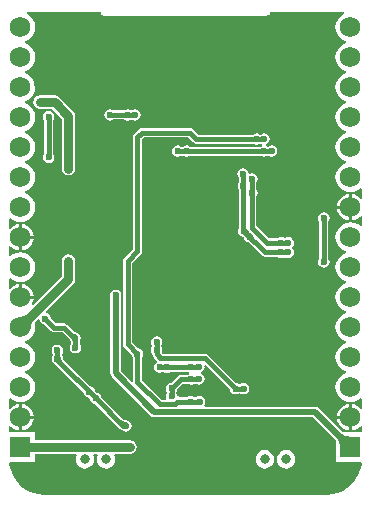
<source format=gbl>
%FSLAX25Y25*%
%MOIN*%
G70*
G01*
G75*
G04 Layer_Physical_Order=2*
G04 Layer_Color=16711680*
%ADD10C,0.01500*%
%ADD11C,0.02000*%
%ADD12C,0.01000*%
%ADD13C,0.00700*%
%ADD14C,0.05000*%
%ADD15R,0.03740X0.03937*%
%ADD16R,0.02000X0.02000*%
%ADD17R,0.04724X0.03347*%
%ADD18R,0.03937X0.03937*%
%ADD19R,0.02000X0.02000*%
%ADD20R,0.02165X0.05709*%
%ADD21R,0.02165X0.05709*%
%ADD22R,0.01500X0.05400*%
%ADD23O,0.02756X0.09843*%
%ADD24R,0.07874X0.03937*%
%ADD25R,0.05906X0.04500*%
%ADD26R,0.06575X0.06693*%
%ADD27R,0.08661X0.07874*%
%ADD28C,0.03000*%
%ADD29C,0.03200*%
%ADD30R,0.44900X0.10200*%
%ADD31C,0.04724*%
%ADD32O,0.05906X0.07480*%
%ADD33C,0.03150*%
%ADD34C,0.06900*%
%ADD35R,0.06900X0.06900*%
%ADD36C,0.02362*%
%ADD37R,0.44900X0.09800*%
G36*
X52952Y24510D02*
X52504Y24324D01*
X51470Y23530D01*
X50676Y22496D01*
X50177Y21292D01*
X50007Y20000D01*
X50177Y18708D01*
X50676Y17504D01*
X51470Y16470D01*
X52504Y15676D01*
X53532Y15250D01*
Y14750D01*
X52504Y14324D01*
X51470Y13530D01*
X50676Y12496D01*
X50177Y11292D01*
X50007Y10000D01*
X50177Y8708D01*
X50676Y7504D01*
X51470Y6470D01*
X52504Y5676D01*
X53532Y5250D01*
Y4750D01*
X52504Y4324D01*
X51470Y3530D01*
X50676Y2496D01*
X50177Y1292D01*
X50007Y0D01*
X50177Y-1292D01*
X50676Y-2496D01*
X51470Y-3530D01*
X52504Y-4324D01*
X53532Y-4750D01*
Y-5250D01*
X52504Y-5676D01*
X51470Y-6470D01*
X50676Y-7504D01*
X50177Y-8708D01*
X50007Y-10000D01*
X50177Y-11292D01*
X50676Y-12496D01*
X51470Y-13530D01*
X52504Y-14324D01*
X53532Y-14750D01*
Y-15250D01*
X52504Y-15676D01*
X51470Y-16470D01*
X50676Y-17504D01*
X50177Y-18708D01*
X50007Y-20000D01*
X50177Y-21292D01*
X50676Y-22496D01*
X51470Y-23530D01*
X52504Y-24324D01*
X53532Y-24750D01*
Y-25250D01*
X52504Y-25676D01*
X51470Y-26470D01*
X50676Y-27504D01*
X50177Y-28708D01*
X50007Y-30000D01*
X50177Y-31292D01*
X50676Y-32496D01*
X51470Y-33530D01*
X52504Y-34324D01*
X53708Y-34823D01*
X55000Y-34993D01*
X56292Y-34823D01*
X57496Y-34324D01*
X58430Y-33607D01*
X58878Y-33828D01*
Y-36967D01*
X58405Y-37128D01*
X58174Y-36826D01*
X57244Y-36113D01*
X56162Y-35664D01*
X55500Y-35577D01*
Y-40000D01*
Y-44423D01*
X56162Y-44335D01*
X57244Y-43887D01*
X58174Y-43174D01*
X58405Y-42873D01*
X58878Y-43033D01*
Y-46172D01*
X58430Y-46393D01*
X57496Y-45676D01*
X56292Y-45177D01*
X55000Y-45007D01*
X53708Y-45177D01*
X52504Y-45676D01*
X51470Y-46470D01*
X50676Y-47504D01*
X50177Y-48708D01*
X50007Y-50000D01*
X50177Y-51292D01*
X50676Y-52496D01*
X51470Y-53530D01*
X52504Y-54324D01*
X53532Y-54750D01*
Y-55250D01*
X52504Y-55676D01*
X51470Y-56470D01*
X50676Y-57504D01*
X50177Y-58708D01*
X50007Y-60000D01*
X50177Y-61292D01*
X50676Y-62496D01*
X51470Y-63530D01*
X52504Y-64324D01*
X53532Y-64750D01*
Y-65250D01*
X52504Y-65676D01*
X51470Y-66470D01*
X50676Y-67504D01*
X50177Y-68708D01*
X50007Y-70000D01*
X50177Y-71292D01*
X50676Y-72496D01*
X51470Y-73530D01*
X52504Y-74324D01*
X53532Y-74750D01*
Y-75250D01*
X52504Y-75676D01*
X51470Y-76470D01*
X50676Y-77504D01*
X50177Y-78708D01*
X50007Y-80000D01*
X50177Y-81292D01*
X50676Y-82496D01*
X51470Y-83530D01*
X52504Y-84324D01*
X53532Y-84750D01*
Y-85250D01*
X52504Y-85676D01*
X51470Y-86470D01*
X50676Y-87504D01*
X50177Y-88708D01*
X50007Y-90000D01*
X50177Y-91292D01*
X50676Y-92496D01*
X51470Y-93530D01*
X52504Y-94324D01*
X53532Y-94750D01*
Y-95250D01*
X52504Y-95676D01*
X51470Y-96470D01*
X50676Y-97504D01*
X50177Y-98708D01*
X50007Y-100000D01*
X50177Y-101292D01*
X50676Y-102496D01*
X51470Y-103530D01*
X52504Y-104324D01*
X53708Y-104823D01*
X55000Y-104993D01*
X56292Y-104823D01*
X57496Y-104324D01*
X58430Y-103607D01*
X58878Y-103829D01*
Y-106967D01*
X58405Y-107127D01*
X58174Y-106826D01*
X57244Y-106113D01*
X56162Y-105665D01*
X55500Y-105577D01*
Y-110000D01*
Y-114423D01*
X56162Y-114336D01*
X57244Y-113887D01*
X58174Y-113174D01*
X58405Y-112873D01*
X58878Y-113033D01*
Y-115050D01*
X52609D01*
X52147Y-114695D01*
X52069Y-114617D01*
X52046Y-114590D01*
X52043Y-114592D01*
X44426Y-106974D01*
X43863Y-106599D01*
X43200Y-106467D01*
X6379D01*
X6143Y-106026D01*
X6472Y-105534D01*
X6618Y-104800D01*
X6472Y-104066D01*
X6056Y-103444D01*
X5434Y-103028D01*
X4700Y-102882D01*
X3966Y-103028D01*
X3527Y-103322D01*
X2873D01*
X2434Y-103028D01*
X1700Y-102882D01*
X966Y-103028D01*
X527Y-103322D01*
X-1065D01*
X-2682Y-103000D01*
X-2828Y-102266D01*
X-3122Y-101827D01*
Y-101573D01*
X-2828Y-101134D01*
X-2725Y-100616D01*
X-888Y-98778D01*
X827D01*
X1266Y-99072D01*
X2000Y-99218D01*
X2734Y-99072D01*
X3173Y-98778D01*
X3327D01*
X3766Y-99072D01*
X4500Y-99218D01*
X5234Y-99072D01*
X5856Y-98656D01*
X6272Y-98034D01*
X6418Y-97300D01*
X6272Y-96566D01*
X5856Y-95944D01*
X5289Y-95565D01*
Y-95065D01*
X5856Y-94685D01*
X6272Y-94063D01*
X6418Y-93329D01*
X6333Y-92900D01*
X6774Y-92664D01*
X14825Y-100716D01*
X14928Y-101234D01*
X15344Y-101856D01*
X15966Y-102272D01*
X16700Y-102418D01*
X17434Y-102272D01*
X17873Y-101978D01*
X18227D01*
X18666Y-102272D01*
X19400Y-102418D01*
X20134Y-102272D01*
X20756Y-101856D01*
X21172Y-101234D01*
X21318Y-100500D01*
X21172Y-99766D01*
X20756Y-99144D01*
X20134Y-98728D01*
X19400Y-98582D01*
X18666Y-98728D01*
X18227Y-99022D01*
X17873D01*
X17434Y-98728D01*
X16916Y-98625D01*
X7545Y-89255D01*
X7066Y-88934D01*
X6500Y-88822D01*
X-7636D01*
X-7663Y-88782D01*
X-7775Y-88219D01*
X-7713Y-87911D01*
X-7762Y-87901D01*
X-7682Y-87500D01*
X-7828Y-86766D01*
X-8122Y-86327D01*
Y-86073D01*
X-7828Y-85634D01*
X-7682Y-84900D01*
X-7828Y-84166D01*
X-8244Y-83544D01*
X-8866Y-83128D01*
X-9600Y-82982D01*
X-10334Y-83128D01*
X-10956Y-83544D01*
X-11372Y-84166D01*
X-11518Y-84900D01*
X-11372Y-85634D01*
X-11078Y-86073D01*
Y-86327D01*
X-11372Y-86766D01*
X-11518Y-87500D01*
X-11372Y-88234D01*
X-11078Y-88673D01*
Y-89084D01*
X-10966Y-89650D01*
X-10645Y-90130D01*
X-9561Y-91215D01*
X-9598Y-91598D01*
X-9727Y-91791D01*
X-9956Y-91944D01*
X-10372Y-92566D01*
X-10518Y-93300D01*
X-10372Y-94034D01*
X-9956Y-94656D01*
X-9334Y-95072D01*
X-8600Y-95218D01*
X-7866Y-95072D01*
X-7470Y-94807D01*
X-7244D01*
X-6805Y-95101D01*
X-6071Y-95247D01*
X-5337Y-95101D01*
X-4898Y-94807D01*
X827D01*
X1211Y-95065D01*
Y-95565D01*
X827Y-95822D01*
X-1500D01*
X-2066Y-95934D01*
X-2545Y-96255D01*
X-4816Y-98525D01*
X-5334Y-98628D01*
X-5956Y-99044D01*
X-6372Y-99666D01*
X-6518Y-100400D01*
X-6372Y-101134D01*
X-6078Y-101573D01*
Y-101827D01*
X-6372Y-102266D01*
X-6518Y-103000D01*
X-6372Y-103734D01*
X-6341Y-103781D01*
X-6577Y-104222D01*
X-7788D01*
X-14522Y-97488D01*
Y-90073D01*
X-14228Y-89634D01*
X-14082Y-88900D01*
X-14228Y-88166D01*
X-14644Y-87544D01*
X-15266Y-87128D01*
X-15784Y-87025D01*
X-17822Y-84988D01*
Y-58612D01*
X-14970Y-55761D01*
X-14650Y-55282D01*
X-14537Y-54716D01*
Y-17128D01*
X-13988Y-16578D01*
X788D01*
X2555Y-18345D01*
X3034Y-18666D01*
X3600Y-18778D01*
X22527D01*
X22966Y-19072D01*
X23700Y-19218D01*
X24434Y-19072D01*
X24873Y-18778D01*
X25027D01*
X25433Y-19050D01*
Y-19550D01*
X25027Y-19822D01*
X1573D01*
X1134Y-19528D01*
X400Y-19382D01*
X-334Y-19528D01*
X-773Y-19822D01*
X-1427D01*
X-1866Y-19528D01*
X-2600Y-19382D01*
X-3334Y-19528D01*
X-3956Y-19944D01*
X-4372Y-20566D01*
X-4518Y-21300D01*
X-4372Y-22034D01*
X-3956Y-22656D01*
X-3334Y-23072D01*
X-2600Y-23218D01*
X-1866Y-23072D01*
X-1427Y-22778D01*
X-773D01*
X-334Y-23072D01*
X400Y-23218D01*
X1134Y-23072D01*
X1573Y-22778D01*
X25027D01*
X25466Y-23072D01*
X26200Y-23218D01*
X26934Y-23072D01*
X27373Y-22778D01*
X27527D01*
X27966Y-23072D01*
X28700Y-23218D01*
X29434Y-23072D01*
X30056Y-22656D01*
X30472Y-22034D01*
X30618Y-21300D01*
X30472Y-20566D01*
X30056Y-19944D01*
X29434Y-19528D01*
X28700Y-19382D01*
X27966Y-19528D01*
X27527Y-19822D01*
X27373D01*
X26967Y-19550D01*
Y-19050D01*
X27556Y-18656D01*
X27972Y-18034D01*
X28118Y-17300D01*
X27972Y-16566D01*
X27556Y-15944D01*
X26934Y-15528D01*
X26200Y-15382D01*
X25466Y-15528D01*
X25027Y-15822D01*
X24873D01*
X24434Y-15528D01*
X23700Y-15382D01*
X22966Y-15528D01*
X22527Y-15822D01*
X4212D01*
X2445Y-14055D01*
X1966Y-13734D01*
X1400Y-13622D01*
X-14600D01*
X-15072Y-13715D01*
X-15166Y-13734D01*
X-15645Y-14055D01*
X-17061Y-15470D01*
X-17382Y-15950D01*
X-17494Y-16516D01*
Y-54103D01*
X-20345Y-56955D01*
X-20666Y-57434D01*
X-20778Y-58000D01*
Y-85600D01*
X-20666Y-86166D01*
X-20345Y-86645D01*
X-17875Y-89116D01*
X-17772Y-89634D01*
X-17478Y-90073D01*
Y-98017D01*
X-17864Y-98177D01*
X-17954Y-98195D01*
X-21567Y-94582D01*
Y-70192D01*
X-21528Y-70134D01*
X-21382Y-69400D01*
X-21528Y-68666D01*
X-21944Y-68044D01*
X-22566Y-67628D01*
X-23300Y-67482D01*
X-24034Y-67628D01*
X-24656Y-68044D01*
X-25072Y-68666D01*
X-25218Y-69400D01*
X-25072Y-70134D01*
X-25033Y-70192D01*
Y-95300D01*
X-24901Y-95963D01*
X-24526Y-96526D01*
X-11626Y-109426D01*
X-11626Y-109426D01*
X-11063Y-109801D01*
X-10400Y-109933D01*
X42482D01*
X49592Y-117043D01*
X49589Y-117046D01*
X49617Y-117069D01*
X49695Y-117147D01*
X50050Y-117609D01*
Y-124950D01*
X58446D01*
X58786Y-125317D01*
X58741Y-125890D01*
X58307Y-127698D01*
X57595Y-129416D01*
X56623Y-131002D01*
X55416Y-132416D01*
X54002Y-133623D01*
X52416Y-134595D01*
X50698Y-135307D01*
X48890Y-135741D01*
X47139Y-135878D01*
X-47037D01*
X-47066Y-135884D01*
X-48890Y-135741D01*
X-50698Y-135307D01*
X-52416Y-134595D01*
X-54002Y-133623D01*
X-55416Y-132416D01*
X-56623Y-131002D01*
X-57595Y-129416D01*
X-58307Y-127698D01*
X-58741Y-125890D01*
X-58786Y-125317D01*
X-58446Y-124950D01*
X-50050D01*
Y-122243D01*
X-36594D01*
X-36316Y-122659D01*
X-36539Y-123197D01*
X-36645Y-124000D01*
X-36539Y-124803D01*
X-36229Y-125551D01*
X-35736Y-126193D01*
X-35094Y-126686D01*
X-34346Y-126996D01*
X-33543Y-127101D01*
X-32741Y-126996D01*
X-31993Y-126686D01*
X-31350Y-126193D01*
X-30858Y-125551D01*
X-30548Y-124803D01*
X-30442Y-124000D01*
X-30548Y-123197D01*
X-30771Y-122659D01*
X-30493Y-122243D01*
X-29507D01*
X-29229Y-122659D01*
X-29452Y-123197D01*
X-29558Y-124000D01*
X-29452Y-124803D01*
X-29142Y-125551D01*
X-28650Y-126193D01*
X-28007Y-126686D01*
X-27259Y-126996D01*
X-26457Y-127101D01*
X-25654Y-126996D01*
X-24906Y-126686D01*
X-24264Y-126193D01*
X-23771Y-125551D01*
X-23461Y-124803D01*
X-23355Y-124000D01*
X-23461Y-123197D01*
X-23684Y-122659D01*
X-23406Y-122243D01*
X-18500D01*
X-17642Y-122072D01*
X-16914Y-121586D01*
X-16428Y-120858D01*
X-16257Y-120000D01*
X-16428Y-119142D01*
X-16914Y-118414D01*
X-17642Y-117928D01*
X-18500Y-117757D01*
X-50050D01*
Y-115050D01*
X-58878D01*
Y-113033D01*
X-58405Y-112873D01*
X-58174Y-113174D01*
X-57244Y-113887D01*
X-56162Y-114336D01*
X-55500Y-114423D01*
Y-110000D01*
Y-105577D01*
X-56162Y-105665D01*
X-57244Y-106113D01*
X-58174Y-106826D01*
X-58405Y-107127D01*
X-58878Y-106967D01*
Y-103829D01*
X-58430Y-103607D01*
X-57496Y-104324D01*
X-56292Y-104823D01*
X-55000Y-104993D01*
X-53708Y-104823D01*
X-52504Y-104324D01*
X-51470Y-103530D01*
X-50676Y-102496D01*
X-50177Y-101292D01*
X-50007Y-100000D01*
X-50177Y-98708D01*
X-50676Y-97504D01*
X-51470Y-96470D01*
X-52504Y-95676D01*
X-53532Y-95250D01*
Y-94750D01*
X-52504Y-94324D01*
X-51470Y-93530D01*
X-50676Y-92496D01*
X-50177Y-91292D01*
X-50007Y-90000D01*
X-50177Y-88708D01*
X-50676Y-87504D01*
X-51470Y-86470D01*
X-52504Y-85676D01*
X-53532Y-85250D01*
Y-84750D01*
X-52504Y-84324D01*
X-51470Y-83530D01*
X-50676Y-82496D01*
X-50177Y-81292D01*
X-50007Y-80000D01*
X-50177Y-78708D01*
X-50276Y-78470D01*
X-50232Y-78404D01*
X-49128Y-77300D01*
X-48649Y-77445D01*
X-48572Y-77834D01*
X-48156Y-78456D01*
X-47534Y-78872D01*
X-47016Y-78975D01*
X-44745Y-81245D01*
X-44266Y-81566D01*
X-43700Y-81678D01*
X-41012D01*
X-38625Y-84065D01*
X-38572Y-84334D01*
X-38178Y-84923D01*
Y-85627D01*
X-38472Y-86066D01*
X-38618Y-86800D01*
X-38472Y-87534D01*
X-38056Y-88156D01*
X-37434Y-88572D01*
X-36700Y-88718D01*
X-35966Y-88572D01*
X-35344Y-88156D01*
X-34928Y-87534D01*
X-34782Y-86800D01*
X-34928Y-86066D01*
X-35222Y-85627D01*
Y-84624D01*
X-35028Y-84334D01*
X-34882Y-83600D01*
X-35028Y-82866D01*
X-35444Y-82244D01*
X-36066Y-81828D01*
X-36800Y-81682D01*
X-36800Y-81671D01*
X-36815Y-81665D01*
X-36818Y-81663D01*
X-36818Y-81663D01*
D01*
D01*
Y-81663D01*
X-36835Y-81674D01*
X-39355Y-79155D01*
X-39834Y-78834D01*
X-40400Y-78722D01*
X-43088D01*
X-44925Y-76884D01*
X-45028Y-76366D01*
X-45444Y-75744D01*
X-46066Y-75328D01*
X-46455Y-75251D01*
X-46600Y-74772D01*
X-37414Y-65586D01*
X-36928Y-64858D01*
X-36757Y-64000D01*
Y-63800D01*
Y-60900D01*
Y-58000D01*
X-36928Y-57142D01*
X-37414Y-56414D01*
X-38142Y-55928D01*
X-39000Y-55757D01*
X-39858Y-55928D01*
X-40586Y-56414D01*
X-41072Y-57142D01*
X-41243Y-58000D01*
Y-60900D01*
Y-63071D01*
X-50719Y-72547D01*
X-51113Y-72244D01*
X-50665Y-71162D01*
X-50577Y-70500D01*
X-55000D01*
Y-70000D01*
X-55500D01*
Y-65577D01*
X-56162Y-65664D01*
X-57244Y-66113D01*
X-58174Y-66826D01*
X-58405Y-67128D01*
X-58878Y-66967D01*
Y-63828D01*
X-58430Y-63607D01*
X-57496Y-64324D01*
X-56292Y-64823D01*
X-55000Y-64993D01*
X-53708Y-64823D01*
X-52504Y-64324D01*
X-51470Y-63530D01*
X-50676Y-62496D01*
X-50177Y-61292D01*
X-50007Y-60000D01*
X-50177Y-58708D01*
X-50676Y-57504D01*
X-51470Y-56470D01*
X-52504Y-55676D01*
X-53708Y-55177D01*
X-55000Y-55007D01*
X-56292Y-55177D01*
X-57496Y-55676D01*
X-58430Y-56393D01*
X-58878Y-56172D01*
Y-53033D01*
X-58405Y-52873D01*
X-58174Y-53174D01*
X-57244Y-53887D01*
X-56162Y-54335D01*
X-55500Y-54423D01*
Y-50000D01*
Y-45577D01*
X-56162Y-45665D01*
X-57244Y-46113D01*
X-58174Y-46826D01*
X-58405Y-47128D01*
X-58878Y-46967D01*
Y-43828D01*
X-58430Y-43607D01*
X-57496Y-44324D01*
X-56292Y-44823D01*
X-55000Y-44993D01*
X-53708Y-44823D01*
X-52504Y-44324D01*
X-51470Y-43530D01*
X-50676Y-42496D01*
X-50177Y-41292D01*
X-50007Y-40000D01*
X-50177Y-38708D01*
X-50676Y-37504D01*
X-51470Y-36470D01*
X-52504Y-35676D01*
X-53532Y-35250D01*
Y-34750D01*
X-52504Y-34324D01*
X-51470Y-33530D01*
X-50676Y-32496D01*
X-50177Y-31292D01*
X-50007Y-30000D01*
X-50177Y-28708D01*
X-50676Y-27504D01*
X-51470Y-26470D01*
X-52504Y-25676D01*
X-53532Y-25250D01*
Y-24750D01*
X-52504Y-24324D01*
X-51470Y-23530D01*
X-50676Y-22496D01*
X-50177Y-21292D01*
X-50007Y-20000D01*
X-50177Y-18708D01*
X-50676Y-17504D01*
X-51470Y-16470D01*
X-52504Y-15676D01*
X-53532Y-15250D01*
Y-14750D01*
X-52504Y-14324D01*
X-51470Y-13530D01*
X-50676Y-12496D01*
X-50177Y-11292D01*
X-50007Y-10000D01*
X-50177Y-8708D01*
X-50676Y-7504D01*
X-51470Y-6470D01*
X-52504Y-5676D01*
X-53532Y-5250D01*
Y-4750D01*
X-52504Y-4324D01*
X-51470Y-3530D01*
X-50676Y-2496D01*
X-50177Y-1292D01*
X-50007Y0D01*
X-50177Y1292D01*
X-50676Y2496D01*
X-51470Y3530D01*
X-52504Y4324D01*
X-53532Y4750D01*
Y5250D01*
X-52504Y5676D01*
X-51470Y6470D01*
X-50676Y7504D01*
X-50177Y8708D01*
X-50007Y10000D01*
X-50177Y11292D01*
X-50676Y12496D01*
X-51470Y13530D01*
X-52504Y14324D01*
X-53532Y14750D01*
Y15250D01*
X-52504Y15676D01*
X-51470Y16470D01*
X-50676Y17504D01*
X-50177Y18708D01*
X-50007Y20000D01*
X-50177Y21292D01*
X-50676Y22496D01*
X-51470Y23530D01*
X-52504Y24324D01*
X-52952Y24510D01*
X-52855Y25000D01*
X-28122D01*
X-28036Y24571D01*
X-27793Y24207D01*
X-27429Y23964D01*
X-27000Y23878D01*
X27000D01*
X27429Y23964D01*
X27793Y24207D01*
X28036Y24571D01*
X28122Y25000D01*
X52855D01*
X52952Y24510D01*
D02*
G37*
%LPC*%
G36*
X-54500Y-105577D02*
Y-109500D01*
X-50577D01*
X-50665Y-108838D01*
X-51113Y-107756D01*
X-51826Y-106826D01*
X-52756Y-106113D01*
X-53838Y-105665D01*
X-54500Y-105577D01*
D02*
G37*
G36*
X54500Y-110500D02*
X50577D01*
X50665Y-111162D01*
X51113Y-112244D01*
X51826Y-113174D01*
X52756Y-113887D01*
X53838Y-114336D01*
X54500Y-114423D01*
Y-110500D01*
D02*
G37*
G36*
X-54500Y-65577D02*
Y-69500D01*
X-50577D01*
X-50665Y-68838D01*
X-51113Y-67756D01*
X-51826Y-66826D01*
X-52756Y-66113D01*
X-53838Y-65664D01*
X-54500Y-65577D01*
D02*
G37*
G36*
X54500Y-105577D02*
X53838Y-105665D01*
X52756Y-106113D01*
X51826Y-106826D01*
X51113Y-107756D01*
X50665Y-108838D01*
X50577Y-109500D01*
X54500D01*
Y-105577D01*
D02*
G37*
G36*
X33543Y-120899D02*
X32741Y-121004D01*
X31993Y-121314D01*
X31350Y-121807D01*
X30858Y-122449D01*
X30548Y-123197D01*
X30442Y-124000D01*
X30548Y-124803D01*
X30858Y-125551D01*
X31350Y-126193D01*
X31993Y-126686D01*
X32741Y-126996D01*
X33543Y-127101D01*
X34346Y-126996D01*
X35094Y-126686D01*
X35736Y-126193D01*
X36229Y-125551D01*
X36539Y-124803D01*
X36645Y-124000D01*
X36539Y-123197D01*
X36229Y-122449D01*
X35736Y-121807D01*
X35094Y-121314D01*
X34346Y-121004D01*
X33543Y-120899D01*
D02*
G37*
G36*
X26457D02*
X25654Y-121004D01*
X24906Y-121314D01*
X24264Y-121807D01*
X23771Y-122449D01*
X23461Y-123197D01*
X23355Y-124000D01*
X23461Y-124803D01*
X23771Y-125551D01*
X24264Y-126193D01*
X24906Y-126686D01*
X25654Y-126996D01*
X26457Y-127101D01*
X27259Y-126996D01*
X28007Y-126686D01*
X28650Y-126193D01*
X29142Y-125551D01*
X29452Y-124803D01*
X29558Y-124000D01*
X29452Y-123197D01*
X29142Y-122449D01*
X28650Y-121807D01*
X28007Y-121314D01*
X27259Y-121004D01*
X26457Y-120899D01*
D02*
G37*
G36*
X-50577Y-110500D02*
X-54500D01*
Y-114423D01*
X-53838Y-114336D01*
X-52756Y-113887D01*
X-51826Y-113174D01*
X-51113Y-112244D01*
X-50665Y-111162D01*
X-50577Y-110500D01*
D02*
G37*
G36*
X-42700Y-85782D02*
X-43434Y-85928D01*
X-44056Y-86344D01*
X-44472Y-86966D01*
X-44618Y-87700D01*
X-44472Y-88434D01*
X-44178Y-88873D01*
Y-89327D01*
X-44472Y-89766D01*
X-44618Y-90500D01*
X-44472Y-91234D01*
X-44056Y-91856D01*
X-43434Y-92272D01*
X-43415Y-92276D01*
X-42734Y-92957D01*
X-42728Y-92965D01*
X-42728D01*
X-42726D01*
X-33875Y-101816D01*
X-33772Y-102334D01*
X-33356Y-102956D01*
X-32734Y-103372D01*
X-32216Y-103475D01*
X-31775Y-103916D01*
X-31672Y-104434D01*
X-31256Y-105056D01*
X-30634Y-105472D01*
X-30116Y-105575D01*
X-23068Y-112623D01*
D01*
X-23076Y-112631D01*
X-23008Y-112683D01*
X-21716Y-113974D01*
X-21237Y-114295D01*
X-21143Y-114314D01*
X-21102Y-114322D01*
X-20534Y-114701D01*
X-19800Y-114847D01*
X-19066Y-114701D01*
X-18444Y-114285D01*
X-18028Y-113663D01*
X-17882Y-112929D01*
X-18028Y-112195D01*
X-18444Y-111573D01*
X-19066Y-111157D01*
X-19800Y-111011D01*
X-19848Y-111021D01*
X-20441Y-110903D01*
X-20940Y-110570D01*
X-28025Y-103484D01*
X-28128Y-102966D01*
X-28544Y-102344D01*
X-29166Y-101928D01*
X-29684Y-101825D01*
X-30125Y-101384D01*
X-30228Y-100866D01*
X-30644Y-100244D01*
X-31266Y-99828D01*
X-31784Y-99725D01*
X-40636Y-90873D01*
X-40636Y-90873D01*
X-40636Y-90873D01*
X-40670Y-90839D01*
X-40791Y-90547D01*
X-40782Y-90500D01*
X-40928Y-89766D01*
X-41222Y-89327D01*
Y-88873D01*
X-40928Y-88434D01*
X-40782Y-87700D01*
X-40928Y-86966D01*
X-41344Y-86344D01*
X-41966Y-85928D01*
X-42700Y-85782D01*
D02*
G37*
G36*
X46100Y-41682D02*
X45366Y-41828D01*
X44744Y-42244D01*
X44328Y-42866D01*
X44182Y-43600D01*
X44328Y-44334D01*
X44622Y-44773D01*
Y-57127D01*
X44328Y-57566D01*
X44182Y-58300D01*
X44328Y-59034D01*
X44744Y-59656D01*
X45366Y-60072D01*
X46100Y-60218D01*
X46834Y-60072D01*
X47456Y-59656D01*
X47872Y-59034D01*
X48018Y-58300D01*
X47872Y-57566D01*
X47578Y-57127D01*
Y-44773D01*
X47872Y-44334D01*
X48018Y-43600D01*
X47872Y-42866D01*
X47456Y-42244D01*
X46834Y-41828D01*
X46100Y-41682D01*
D02*
G37*
G36*
X-43600Y-2757D02*
X-48500D01*
X-49358Y-2928D01*
X-50086Y-3414D01*
X-50572Y-4142D01*
X-50743Y-5000D01*
X-50572Y-5858D01*
X-50086Y-6586D01*
X-49358Y-7072D01*
X-48500Y-7243D01*
X-44529D01*
X-41243Y-10529D01*
Y-27100D01*
X-41072Y-27958D01*
X-40586Y-28686D01*
X-39858Y-29172D01*
X-39000Y-29343D01*
X-38142Y-29172D01*
X-37414Y-28686D01*
X-36928Y-27958D01*
X-36757Y-27100D01*
Y-9600D01*
X-36928Y-8742D01*
X-37414Y-8014D01*
X-42014Y-3414D01*
X-42742Y-2928D01*
X-43600Y-2757D01*
D02*
G37*
G36*
X54500Y-35577D02*
X53838Y-35664D01*
X52756Y-36113D01*
X51826Y-36826D01*
X51113Y-37756D01*
X50665Y-38838D01*
X50577Y-39500D01*
X54500D01*
Y-35577D01*
D02*
G37*
G36*
X-16800Y-7282D02*
X-17534Y-7428D01*
X-18001Y-7740D01*
X-18099D01*
X-18566Y-7428D01*
X-19300Y-7282D01*
X-20034Y-7428D01*
X-20501Y-7740D01*
X-24045D01*
X-24485Y-7447D01*
X-25218Y-7300D01*
X-25953Y-7447D01*
X-26575Y-7862D01*
X-26990Y-8484D01*
X-27136Y-9218D01*
X-26990Y-9952D01*
X-26575Y-10575D01*
X-25953Y-10990D01*
X-25218Y-11136D01*
X-24485Y-10990D01*
X-24045Y-10697D01*
X-20446D01*
X-20034Y-10972D01*
X-19300Y-11118D01*
X-18566Y-10972D01*
X-18154Y-10697D01*
X-17946D01*
X-17534Y-10972D01*
X-16800Y-11118D01*
X-16066Y-10972D01*
X-15444Y-10556D01*
X-15028Y-9934D01*
X-14882Y-9200D01*
X-15028Y-8466D01*
X-15444Y-7844D01*
X-16066Y-7428D01*
X-16800Y-7282D01*
D02*
G37*
G36*
X-45600Y-7882D02*
X-46334Y-8028D01*
X-46956Y-8444D01*
X-47372Y-9066D01*
X-47518Y-9800D01*
X-47372Y-10534D01*
X-47078Y-10973D01*
Y-22227D01*
X-47372Y-22666D01*
X-47518Y-23400D01*
X-47372Y-24134D01*
X-46956Y-24756D01*
X-46334Y-25172D01*
X-45600Y-25318D01*
X-44866Y-25172D01*
X-44244Y-24756D01*
X-43828Y-24134D01*
X-43682Y-23400D01*
X-43828Y-22666D01*
X-44122Y-22227D01*
Y-10973D01*
X-43828Y-10534D01*
X-43682Y-9800D01*
X-43828Y-9066D01*
X-44244Y-8444D01*
X-44866Y-8028D01*
X-45600Y-7882D01*
D02*
G37*
G36*
X-50577Y-50500D02*
X-54500D01*
Y-54423D01*
X-53838Y-54335D01*
X-52756Y-53887D01*
X-51826Y-53174D01*
X-51113Y-52244D01*
X-50665Y-51162D01*
X-50577Y-50500D01*
D02*
G37*
G36*
X19200Y-26982D02*
X18466Y-27128D01*
X17844Y-27544D01*
X17428Y-28166D01*
X17282Y-28900D01*
X17428Y-29634D01*
X17792Y-30179D01*
X17790Y-30182D01*
X17790D01*
X17822Y-30258D01*
Y-31627D01*
X17528Y-32066D01*
X17382Y-32800D01*
X17528Y-33534D01*
X17822Y-33973D01*
Y-46876D01*
X17628Y-47166D01*
X17482Y-47900D01*
X17628Y-48634D01*
X18044Y-49256D01*
X18666Y-49672D01*
X19184Y-49775D01*
X19448Y-50039D01*
X19448Y-50039D01*
D01*
D01*
Y-50039D01*
D01*
D01*
D01*
X19448D01*
X19550Y-50141D01*
X19628Y-50534D01*
X20044Y-51156D01*
X20666Y-51572D01*
X21059Y-51650D01*
X21161Y-51752D01*
D01*
X21161Y-51752D01*
X25455Y-56045D01*
X25934Y-56366D01*
X26500Y-56478D01*
X30727D01*
X31166Y-56772D01*
X31900Y-56918D01*
X32634Y-56772D01*
X33073Y-56478D01*
X33127D01*
X33566Y-56772D01*
X34300Y-56918D01*
X35034Y-56772D01*
X35656Y-56356D01*
X36072Y-55734D01*
X36218Y-55000D01*
X36072Y-54266D01*
X35656Y-53644D01*
Y-53206D01*
X36072Y-52584D01*
X36218Y-51850D01*
X36072Y-51116D01*
X35656Y-50494D01*
X35034Y-50078D01*
X34300Y-49932D01*
X33566Y-50078D01*
X33127Y-50372D01*
X33073D01*
X32634Y-50078D01*
X31900Y-49932D01*
X31166Y-50078D01*
X30727Y-50372D01*
X27783D01*
X23578Y-46167D01*
Y-36273D01*
X23872Y-35834D01*
X24018Y-35100D01*
X23872Y-34366D01*
X23578Y-33927D01*
Y-31773D01*
X23872Y-31334D01*
X24018Y-30600D01*
X23872Y-29866D01*
X23456Y-29244D01*
X22834Y-28828D01*
X22100Y-28682D01*
X21366Y-28828D01*
X20992Y-28269D01*
X20972Y-28166D01*
X20556Y-27544D01*
X19934Y-27128D01*
X19200Y-26982D01*
D02*
G37*
G36*
X54500Y-40500D02*
X50577D01*
X50665Y-41162D01*
X51113Y-42244D01*
X51826Y-43174D01*
X52756Y-43887D01*
X53838Y-44335D01*
X54500Y-44423D01*
Y-40500D01*
D02*
G37*
G36*
X-54500Y-45577D02*
Y-49500D01*
X-50577D01*
X-50665Y-48838D01*
X-51113Y-47756D01*
X-51826Y-46826D01*
X-52756Y-46113D01*
X-53838Y-45665D01*
X-54500Y-45577D01*
D02*
G37*
%LPD*%
D10*
X-37877Y-82723D02*
G03*
X-36800Y-83169I1077J1077D01*
G01*
X19816Y-47788D02*
G03*
X20938Y-49250I2325J623D01*
G01*
X19300Y-46618D02*
G03*
X19705Y-47595I1382J0D01*
G01*
X19300Y-30182D02*
G03*
X18895Y-29205I-1382J0D01*
G01*
X20493Y-48993D02*
G03*
X21400Y-49369I907J907D01*
G01*
X21831Y-49800D02*
G03*
X22207Y-50707I1282J0D01*
G01*
X-22023Y-111577D02*
G03*
X-19800Y-112498I2223J2223D01*
G01*
X-9179Y-87592D02*
G03*
X-8384Y-90300I2876J-627D01*
G01*
X-42269Y-90500D02*
G03*
X-41681Y-91919I2006J0D01*
G01*
X-40400Y-80200D02*
X-36800Y-83800D01*
X-43700Y-80200D02*
X-40400D01*
X-46800Y-77100D02*
X-43700Y-80200D01*
X-3579Y-105700D02*
X-2679Y-104800D01*
X-8400Y-105700D02*
X-3579D01*
X-16000Y-98100D02*
X-8400Y-105700D01*
X-29900Y-103700D02*
X-20671Y-112929D01*
X16700Y-100500D02*
X19400D01*
X-9600Y-89084D02*
Y-84900D01*
X-14600Y-15100D02*
X1400D01*
X-16016Y-16516D02*
X-14600Y-15100D01*
X-16016Y-54716D02*
Y-16516D01*
X1400Y-15100D02*
X3600Y-17300D01*
X-16000Y-98100D02*
Y-88900D01*
X-19300Y-85600D02*
X-16000Y-88900D01*
X-19300Y-85600D02*
Y-58000D01*
X-9600Y-89084D02*
X-8384Y-90300D01*
X6500D02*
X16700Y-100500D01*
X-8384Y-90300D02*
X6500D01*
X-2679Y-104800D02*
X4700D01*
X-20671Y-112929D02*
X-19800D01*
X-19300Y-58000D02*
X-16016Y-54716D01*
X-4600Y-103000D02*
Y-100400D01*
X2000Y-97300D02*
X4500D01*
X-4600Y-100400D02*
X-1500Y-97300D01*
X2000D01*
X-8600Y-93329D02*
X4500D01*
X3600Y-17300D02*
X26200D01*
X400Y-21300D02*
X28700D01*
X-2600D02*
X400D01*
X46100Y-58300D02*
Y-43600D01*
X31900Y-51850D02*
X34300D01*
X22100Y-46779D02*
Y-35100D01*
X31900Y-55000D02*
X34300D01*
X19300Y-32800D02*
Y-28900D01*
X22100Y-35100D02*
Y-30600D01*
X19300Y-47800D02*
Y-32800D01*
X22100Y-46779D02*
X27171Y-51850D01*
X19300Y-47800D02*
X26500Y-55000D01*
X27171Y-51850D02*
X31900D01*
X26500Y-55000D02*
X31900D01*
X-45600Y-23400D02*
Y-9800D01*
X-25218Y-9218D02*
X-16800D01*
X-36700Y-86800D02*
Y-83800D01*
X-42700Y-90900D02*
Y-90500D01*
Y-87700D01*
Y-90900D02*
X-29900Y-103700D01*
D11*
X52550Y-120000D02*
G03*
X50818Y-115818I-5915J0D01*
G01*
D02*
G03*
X55000Y-117550I4182J4182D01*
G01*
X-10400Y-108200D02*
X43200D01*
X-23300Y-95300D02*
X-10400Y-108200D01*
X43200D02*
X55000Y-120000D01*
X-23300Y-95300D02*
Y-69400D01*
D28*
X-55000Y-78050D02*
G03*
X-51671Y-76671I0J4708D01*
G01*
D02*
G03*
X-53050Y-80000I3329J-3329D01*
G01*
X-55000D02*
X-39000Y-64000D01*
X-55000Y-120000D02*
X-18500D01*
X-39000Y-60900D02*
Y-58000D01*
Y-63800D02*
Y-60900D01*
Y-64000D02*
Y-63800D01*
X-48500Y-5000D02*
X-43600D01*
X-39000Y-27100D02*
Y-9600D01*
X-43600Y-5000D02*
X-39000Y-9600D01*
D31*
X9550Y-119000D02*
D03*
X-9550D02*
D03*
D32*
X-14300Y-129400D02*
D03*
X14300D02*
D03*
D33*
X26457Y-124000D02*
D03*
X33543D02*
D03*
X-33543D02*
D03*
X-26457D02*
D03*
D34*
X55000Y20000D02*
D03*
Y-20000D02*
D03*
Y-10000D02*
D03*
Y0D02*
D03*
Y10000D02*
D03*
Y-30000D02*
D03*
Y-40000D02*
D03*
Y-50000D02*
D03*
Y-60000D02*
D03*
Y-110000D02*
D03*
Y-100000D02*
D03*
Y-90000D02*
D03*
Y-80000D02*
D03*
Y-70000D02*
D03*
X-55000Y20000D02*
D03*
Y-20000D02*
D03*
Y-10000D02*
D03*
Y0D02*
D03*
Y10000D02*
D03*
Y-30000D02*
D03*
Y-40000D02*
D03*
Y-50000D02*
D03*
Y-60000D02*
D03*
Y-110000D02*
D03*
Y-100000D02*
D03*
Y-90000D02*
D03*
Y-80000D02*
D03*
Y-70000D02*
D03*
D35*
X55000Y-120000D02*
D03*
X-55000D02*
D03*
D36*
X-46800Y-77100D02*
D03*
X-4600Y-111800D02*
D03*
X-49300Y-104300D02*
D03*
Y-113000D02*
D03*
X-42700Y-109875D02*
D03*
Y-100825D02*
D03*
Y-105350D02*
D03*
X48400Y-106900D02*
D03*
X47400Y-117700D02*
D03*
X46150Y-124300D02*
D03*
X43000D02*
D03*
X39850D02*
D03*
X44400Y-114800D02*
D03*
X42650Y17100D02*
D03*
X45800D02*
D03*
X48950D02*
D03*
X24900Y-111800D02*
D03*
X21183D02*
D03*
X-42700Y-114400D02*
D03*
X14700Y-14200D02*
D03*
X11600Y-24700D02*
D03*
X14750D02*
D03*
X2600Y-111800D02*
D03*
X-13200Y-30750D02*
D03*
X-18800D02*
D03*
X15200Y-49700D02*
D03*
Y-54100D02*
D03*
X-18800Y-27600D02*
D03*
X-13200D02*
D03*
Y-35550D02*
D03*
X-18800D02*
D03*
X-42700Y-90500D02*
D03*
X-9600Y-84900D02*
D03*
X19400Y-100500D02*
D03*
X4700Y-104800D02*
D03*
X-9600Y-87500D02*
D03*
X-16000Y-88900D02*
D03*
X16700Y-100500D02*
D03*
X1700Y-104800D02*
D03*
X31400Y-128300D02*
D03*
X28600D02*
D03*
X-31400D02*
D03*
X-28600D02*
D03*
X5100Y-114800D02*
D03*
X7650Y-134400D02*
D03*
X4500D02*
D03*
X1350D02*
D03*
X-1800D02*
D03*
X-4950D02*
D03*
X-8100D02*
D03*
X7650Y-130500D02*
D03*
X4500D02*
D03*
X1350D02*
D03*
X-1800D02*
D03*
X-4950D02*
D03*
X-8100D02*
D03*
X5100Y-123500D02*
D03*
X-23400Y-120000D02*
D03*
X-39000Y-27100D02*
D03*
Y-21300D02*
D03*
Y-58000D02*
D03*
Y-63800D02*
D03*
X-29900Y-103700D02*
D03*
X-19800Y-112929D02*
D03*
X-12700Y-75600D02*
D03*
X-9900D02*
D03*
X26000Y-100500D02*
D03*
X-4600Y-100400D02*
D03*
Y-103000D02*
D03*
X4500Y-97300D02*
D03*
X-8600Y-93300D02*
D03*
X-6071Y-93329D02*
D03*
X4500Y-93329D02*
D03*
X2000D02*
D03*
Y-97300D02*
D03*
X26200Y-17300D02*
D03*
X23700D02*
D03*
X26200Y-21300D02*
D03*
X28700D02*
D03*
X-2600D02*
D03*
X400D02*
D03*
X46100Y-58300D02*
D03*
Y-43600D02*
D03*
X22100Y-35100D02*
D03*
X21400Y-49800D02*
D03*
X19200Y-28900D02*
D03*
X34300Y-55000D02*
D03*
X19400Y-47900D02*
D03*
X22100Y-30600D02*
D03*
X19300Y-32800D02*
D03*
X34300Y-51850D02*
D03*
X31900D02*
D03*
Y-55000D02*
D03*
X48500Y-35000D02*
D03*
X-16016Y-60100D02*
D03*
Y-62700D02*
D03*
X39500Y17100D02*
D03*
X19900Y16200D02*
D03*
X10100Y0D02*
D03*
X-1700Y-29000D02*
D03*
X-18800Y-14400D02*
D03*
X14000Y10600D02*
D03*
X-45600Y-23400D02*
D03*
X7100Y-46400D02*
D03*
X13800D02*
D03*
X-19300Y-9200D02*
D03*
X-25218Y-9218D02*
D03*
X40000Y-111600D02*
D03*
X36850D02*
D03*
X33700D02*
D03*
X33600Y-105200D02*
D03*
X36600Y-103500D02*
D03*
X48400Y-104400D02*
D03*
X-42700Y-87700D02*
D03*
X36000Y-100500D02*
D03*
X-23300Y-69400D02*
D03*
X-39000Y-60900D02*
D03*
X11000Y-59700D02*
D03*
X28500Y-37573D02*
D03*
X34416D02*
D03*
X31512D02*
D03*
X37596Y-40116D02*
D03*
X-48500Y5000D02*
D03*
Y-5000D02*
D03*
X-36800Y-83600D02*
D03*
X-45600Y-9800D02*
D03*
X-16000Y-65500D02*
D03*
X-33316Y-62500D02*
D03*
X-35900Y-68000D02*
D03*
Y-70800D02*
D03*
X-30000Y-62500D02*
D03*
X-26700D02*
D03*
X1400Y-58800D02*
D03*
X-7984Y-48504D02*
D03*
X-12244D02*
D03*
X-19724D02*
D03*
X33516Y-58504D02*
D03*
X-39000Y-24200D02*
D03*
X24800Y-74900D02*
D03*
X27900D02*
D03*
X31000D02*
D03*
X15200Y-58500D02*
D03*
X10033Y-111800D02*
D03*
X-18800Y-38700D02*
D03*
Y-41850D02*
D03*
Y-45000D02*
D03*
X-13200Y-38700D02*
D03*
Y-41850D02*
D03*
Y-45000D02*
D03*
X-5700Y-61100D02*
D03*
Y-64250D02*
D03*
Y-67400D02*
D03*
X967Y-46400D02*
D03*
X4117D02*
D03*
X-2200D02*
D03*
X-38500Y1300D02*
D03*
X-49500D02*
D03*
X11533Y-14200D02*
D03*
X8367D02*
D03*
X5200D02*
D03*
X100Y-73200D02*
D03*
X3250D02*
D03*
X6400D02*
D03*
X11600Y-76600D02*
D03*
X14750D02*
D03*
X17900D02*
D03*
X14800Y-73200D02*
D03*
X36700Y-58500D02*
D03*
X37200Y-68700D02*
D03*
Y-74900D02*
D03*
X34100D02*
D03*
X37300Y-90333D02*
D03*
X-4900Y-12200D02*
D03*
X-8050D02*
D03*
X-11200D02*
D03*
X-14350D02*
D03*
X17467Y-111800D02*
D03*
X3250Y-35550D02*
D03*
X100D02*
D03*
X-3050D02*
D03*
X-6200D02*
D03*
X-1750Y-12200D02*
D03*
X46400Y12300D02*
D03*
X42800Y9700D02*
D03*
X39400Y7000D02*
D03*
X9550Y-35550D02*
D03*
X6400D02*
D03*
X6317Y-111800D02*
D03*
X12350Y-101200D02*
D03*
X9200D02*
D03*
X6050D02*
D03*
X2900D02*
D03*
X36700Y-134400D02*
D03*
X39850D02*
D03*
X43000D02*
D03*
X46150D02*
D03*
X49300D02*
D03*
X-17200Y22500D02*
D03*
X-14050D02*
D03*
X-10900D02*
D03*
X-7750D02*
D03*
X-32950D02*
D03*
X-29800D02*
D03*
X-26650D02*
D03*
X-23500D02*
D03*
X-48700D02*
D03*
X-45550D02*
D03*
X-42400D02*
D03*
X-36100D02*
D03*
X26900D02*
D03*
X30050D02*
D03*
X33200D02*
D03*
X36350D02*
D03*
X11150D02*
D03*
X14300D02*
D03*
X17450D02*
D03*
X20600D02*
D03*
X23750D02*
D03*
X-4600D02*
D03*
X-1450D02*
D03*
X1700D02*
D03*
X8000D02*
D03*
X42650D02*
D03*
X39500D02*
D03*
X45800D02*
D03*
X48950D02*
D03*
X-17200Y450D02*
D03*
Y-2700D02*
D03*
Y6750D02*
D03*
Y3600D02*
D03*
X-20350Y22500D02*
D03*
X-17200Y9900D02*
D03*
Y13050D02*
D03*
Y16200D02*
D03*
Y19350D02*
D03*
X-5400Y-46400D02*
D03*
X10400D02*
D03*
X4850Y6750D02*
D03*
Y3600D02*
D03*
Y22500D02*
D03*
Y9900D02*
D03*
Y13050D02*
D03*
Y16200D02*
D03*
Y19350D02*
D03*
X37300Y-93767D02*
D03*
Y-86900D02*
D03*
Y-97200D02*
D03*
X13750Y-111800D02*
D03*
X-20950Y-120000D02*
D03*
X-18500D02*
D03*
X-36700Y-86800D02*
D03*
X-16800Y-9200D02*
D03*
X-35500Y-134400D02*
D03*
X-24700D02*
D03*
X-21450D02*
D03*
X-18200D02*
D03*
X18200D02*
D03*
X21300D02*
D03*
X24400D02*
D03*
X-8100Y-126600D02*
D03*
X-4950D02*
D03*
X-1800D02*
D03*
X1350D02*
D03*
X4500D02*
D03*
X7650D02*
D03*
X-32000Y-101600D02*
D03*
D37*
X50Y-131000D02*
D03*
M02*

</source>
